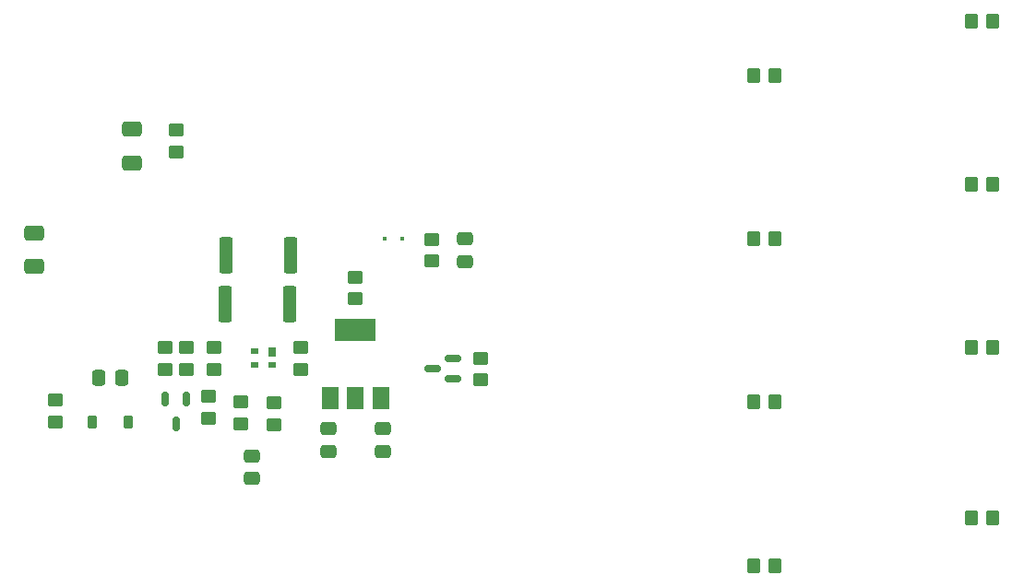
<source format=gbr>
%TF.GenerationSoftware,KiCad,Pcbnew,7.0.7*%
%TF.CreationDate,2024-05-31T20:05:00-04:00*%
%TF.ProjectId,HVHF_IIB,48564846-5f49-4494-922e-6b696361645f,rev?*%
%TF.SameCoordinates,Original*%
%TF.FileFunction,Paste,Top*%
%TF.FilePolarity,Positive*%
%FSLAX46Y46*%
G04 Gerber Fmt 4.6, Leading zero omitted, Abs format (unit mm)*
G04 Created by KiCad (PCBNEW 7.0.7) date 2024-05-31 20:05:00*
%MOMM*%
%LPD*%
G01*
G04 APERTURE LIST*
G04 Aperture macros list*
%AMRoundRect*
0 Rectangle with rounded corners*
0 $1 Rounding radius*
0 $2 $3 $4 $5 $6 $7 $8 $9 X,Y pos of 4 corners*
0 Add a 4 corners polygon primitive as box body*
4,1,4,$2,$3,$4,$5,$6,$7,$8,$9,$2,$3,0*
0 Add four circle primitives for the rounded corners*
1,1,$1+$1,$2,$3*
1,1,$1+$1,$4,$5*
1,1,$1+$1,$6,$7*
1,1,$1+$1,$8,$9*
0 Add four rect primitives between the rounded corners*
20,1,$1+$1,$2,$3,$4,$5,0*
20,1,$1+$1,$4,$5,$6,$7,0*
20,1,$1+$1,$6,$7,$8,$9,0*
20,1,$1+$1,$8,$9,$2,$3,0*%
G04 Aperture macros list end*
%ADD10RoundRect,0.250000X-0.475000X0.337500X-0.475000X-0.337500X0.475000X-0.337500X0.475000X0.337500X0*%
%ADD11RoundRect,0.250000X-0.450000X0.350000X-0.450000X-0.350000X0.450000X-0.350000X0.450000X0.350000X0*%
%ADD12RoundRect,0.250000X0.350000X0.450000X-0.350000X0.450000X-0.350000X-0.450000X0.350000X-0.450000X0*%
%ADD13RoundRect,0.225000X-0.225000X-0.375000X0.225000X-0.375000X0.225000X0.375000X-0.225000X0.375000X0*%
%ADD14RoundRect,0.250000X-0.337500X-0.475000X0.337500X-0.475000X0.337500X0.475000X-0.337500X0.475000X0*%
%ADD15R,0.304800X0.304800*%
%ADD16RoundRect,0.150000X0.587500X0.150000X-0.587500X0.150000X-0.587500X-0.150000X0.587500X-0.150000X0*%
%ADD17RoundRect,0.250000X-0.650000X0.412500X-0.650000X-0.412500X0.650000X-0.412500X0.650000X0.412500X0*%
%ADD18RoundRect,0.250000X0.450000X-0.350000X0.450000X0.350000X-0.450000X0.350000X-0.450000X-0.350000X0*%
%ADD19RoundRect,0.250000X-0.362500X-1.425000X0.362500X-1.425000X0.362500X1.425000X-0.362500X1.425000X0*%
%ADD20RoundRect,0.150000X-0.150000X0.512500X-0.150000X-0.512500X0.150000X-0.512500X0.150000X0.512500X0*%
%ADD21RoundRect,0.250000X-0.350000X-0.450000X0.350000X-0.450000X0.350000X0.450000X-0.350000X0.450000X0*%
%ADD22RoundRect,0.250000X0.362500X1.425000X-0.362500X1.425000X-0.362500X-1.425000X0.362500X-1.425000X0*%
%ADD23R,1.500000X2.000000*%
%ADD24R,3.800000X2.000000*%
%ADD25R,0.800000X0.600000*%
%ADD26R,0.800000X0.900000*%
G04 APERTURE END LIST*
D10*
%TO.C,C11*%
X157000000Y-126462500D03*
X157000000Y-128537500D03*
%TD*%
D11*
%TO.C,R15*%
X166000000Y-119970000D03*
X166000000Y-121970000D03*
%TD*%
D12*
%TO.C,R22*%
X213000000Y-134625000D03*
X211000000Y-134625000D03*
%TD*%
D13*
%TO.C,D2*%
X130300000Y-125805000D03*
X133600000Y-125805000D03*
%TD*%
D14*
%TO.C,C2*%
X130950000Y-121805000D03*
X133025000Y-121805000D03*
%TD*%
D11*
%TO.C,R31*%
X161500000Y-109037500D03*
X161500000Y-111037500D03*
%TD*%
%TO.C,R1*%
X139000000Y-119000000D03*
X139000000Y-121000000D03*
%TD*%
D15*
%TO.C,D1*%
X158800100Y-109000000D03*
X157199900Y-109000000D03*
%TD*%
D10*
%TO.C,C1*%
X145000000Y-128925000D03*
X145000000Y-131000000D03*
%TD*%
D11*
%TO.C,R14*%
X138000000Y-99000000D03*
X138000000Y-101000000D03*
%TD*%
D16*
%TO.C,T8*%
X163437500Y-121870000D03*
X163437500Y-119970000D03*
X161562500Y-120920000D03*
%TD*%
D12*
%TO.C,R18*%
X193000000Y-124000000D03*
X191000000Y-124000000D03*
%TD*%
D17*
%TO.C,C7*%
X134000000Y-98875000D03*
X134000000Y-102000000D03*
%TD*%
D18*
%TO.C,R13*%
X154500000Y-114500000D03*
X154500000Y-112500000D03*
%TD*%
D11*
%TO.C,R8*%
X147000000Y-124080000D03*
X147000000Y-126080000D03*
%TD*%
D19*
%TO.C,R10*%
X142575000Y-110500000D03*
X148500000Y-110500000D03*
%TD*%
D12*
%TO.C,R12*%
X213000000Y-89000000D03*
X211000000Y-89000000D03*
%TD*%
D20*
%TO.C,Q1*%
X138950000Y-123725000D03*
X137050000Y-123725000D03*
X138000000Y-126000000D03*
%TD*%
D18*
%TO.C,R5*%
X141000000Y-125500000D03*
X141000000Y-123500000D03*
%TD*%
D21*
%TO.C,R19*%
X191000000Y-139000000D03*
X193000000Y-139000000D03*
%TD*%
%TO.C,R17*%
X191000000Y-109000000D03*
X193000000Y-109000000D03*
%TD*%
D18*
%TO.C,R30*%
X149500000Y-121000000D03*
X149500000Y-119000000D03*
%TD*%
D12*
%TO.C,R21*%
X213000000Y-119000000D03*
X211000000Y-119000000D03*
%TD*%
D21*
%TO.C,R3*%
X191000000Y-94000000D03*
X193000000Y-94000000D03*
%TD*%
D10*
%TO.C,C3*%
X152000000Y-126425000D03*
X152000000Y-128500000D03*
%TD*%
D11*
%TO.C,R2*%
X137000000Y-119000000D03*
X137000000Y-121000000D03*
%TD*%
%TO.C,R4*%
X126950000Y-123805000D03*
X126950000Y-125805000D03*
%TD*%
D10*
%TO.C,C10*%
X164500000Y-109000000D03*
X164500000Y-111075000D03*
%TD*%
D22*
%TO.C,R9*%
X148462500Y-115000000D03*
X142537500Y-115000000D03*
%TD*%
D17*
%TO.C,C5*%
X125000000Y-108437500D03*
X125000000Y-111562500D03*
%TD*%
D23*
%TO.C,T1*%
X152200000Y-123650000D03*
X154500000Y-123650000D03*
X156800000Y-123650000D03*
D24*
X154500000Y-117350000D03*
%TD*%
D18*
%TO.C,R6*%
X141500000Y-121000000D03*
X141500000Y-119000000D03*
%TD*%
D25*
%TO.C,Q2*%
X146800000Y-120575000D03*
D26*
X146800000Y-119425000D03*
D25*
X145200000Y-119275000D03*
X145200000Y-120575000D03*
%TD*%
D11*
%TO.C,R7*%
X144000000Y-124000000D03*
X144000000Y-126000000D03*
%TD*%
D12*
%TO.C,R20*%
X213000000Y-104000000D03*
X211000000Y-104000000D03*
%TD*%
M02*

</source>
